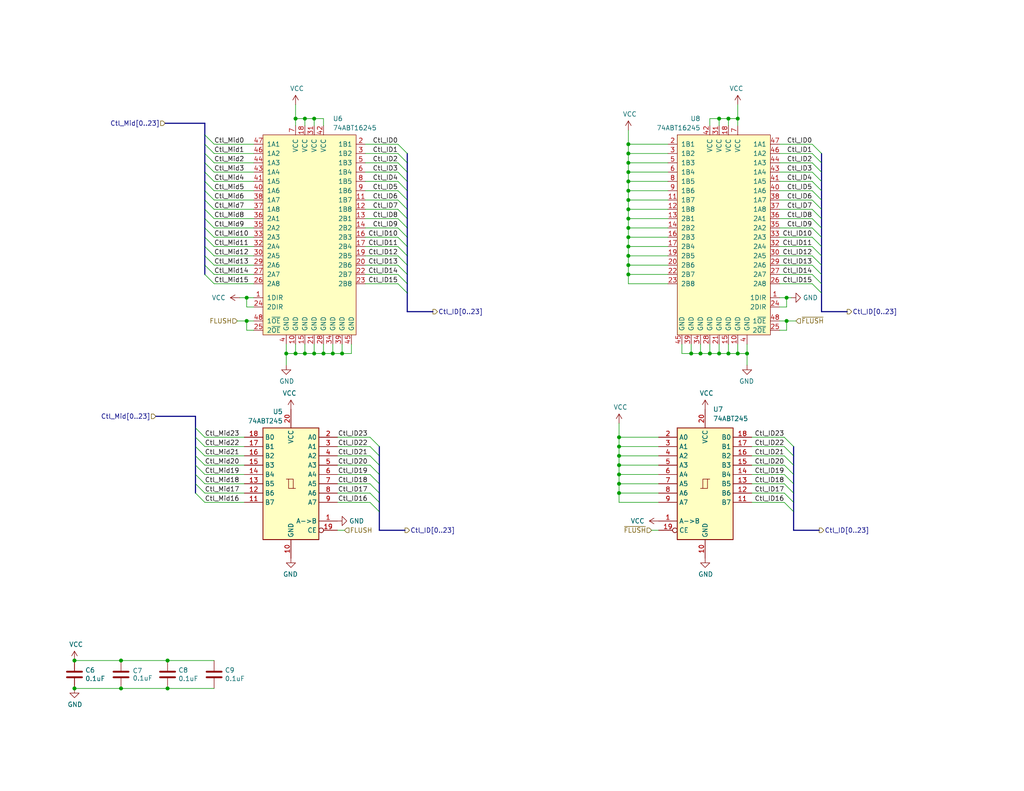
<source format=kicad_sch>
(kicad_sch (version 20250114) (generator "eeschema") (generator_version "9.0")
  (paper "USLetter")
  (title_block (date "2025-07-01") (rev "A") (comment 3 "registers must be all ones, which represents a NOP.") (comment 4 "If the ~{FLUSH} signal is asserted then the control signal set presented to the interstage"))
  (lib_symbols
    (symbol "Device:C" (pin_numbers (hide yes)) (pin_names (offset 0.254))
      (property "Reference" "C" (at 0.635 2.54 0))
      (property "Value" "C" (at 0.635 -2.54 0))
      (symbol "C_0_1"
        (polyline (pts (xy -2.032 0.762) (xy 2.032 0.762)) (stroke (width 0.508)))
        (polyline (pts (xy -2.032 -0.762) (xy 2.032 -0.762)) (stroke (width 0.508)))
      )
      (symbol "C_1_1"
        (pin passive line (at 0 3.81 270) (length 2.794) (name "~") (number "1"))
        (pin passive line (at 0 -3.81 90) (length 2.794) (name "~") (number "2"))
      )
    )
    (symbol "Turtle16:74ABT16245" (pin_names (offset 1.016))
      (property "Reference" "U" (at 0 1.27 0))
      (property "Value" "74ABT16245" (at 0 -1.27 0))
      (symbol "74ABT16245_0_1"
        (rectangle (start -12.7 26.67) (end 12.7 -27.94) (fill (type background)))
      )
      (symbol "74ABT16245_1_1"
        (pin tri_state line (at -15.24 24.13 0) (length 2.54) (name "1A1") (number "47"))
        (pin tri_state line (at -15.24 21.59 0) (length 2.54) (name "1A2") (number "46"))
        (pin tri_state line (at -15.24 19.05 0) (length 2.54) (name "1A3") (number "44"))
        (pin tri_state line (at -15.24 16.51 0) (length 2.54) (name "1A4") (number "43"))
        (pin tri_state line (at -15.24 13.97 0) (length 2.54) (name "1A5") (number "41"))
        (pin tri_state line (at -15.24 11.43 0) (length 2.54) (name "1A6") (number "40"))
        (pin tri_state line (at -15.24 8.89 0) (length 2.54) (name "1A7") (number "38"))
        (pin tri_state line (at -15.24 6.35 0) (length 2.54) (name "1A8") (number "37"))
        (pin tri_state line (at -15.24 3.81 0) (length 2.54) (name "2A1") (number "36"))
        (pin tri_state line (at -15.24 1.27 0) (length 2.54) (name "2A2") (number "35"))
        (pin tri_state line (at -15.24 -1.27 0) (length 2.54) (name "2A3") (number "33"))
        (pin tri_state line (at -15.24 -3.81 0) (length 2.54) (name "2A4") (number "32"))
        (pin tri_state line (at -15.24 -6.35 0) (length 2.54) (name "2A5") (number "30"))
        (pin tri_state line (at -15.24 -8.89 0) (length 2.54) (name "2A6") (number "29"))
        (pin tri_state line (at -15.24 -11.43 0) (length 2.54) (name "2A7") (number "27"))
        (pin tri_state line (at -15.24 -13.97 0) (length 2.54) (name "2A8") (number "26"))
        (pin input line (at -15.24 -17.78 0) (length 2.54) (name "1DIR") (number "1"))
        (pin input line (at -15.24 -20.32 0) (length 2.54) (name "2DIR") (number "24"))
        (pin input line (at -15.24 -24.13 0) (length 2.54) (name "1~{OE}") (number "48"))
        (pin input line (at -15.24 -26.67 0) (length 2.54) (name "2~{OE}") (number "25"))
        (pin power_in line (at -6.35 -30.48 90) (length 2.54) (name "GND") (number "4"))
        (pin power_in line (at -3.81 29.21 270) (length 2.54) (name "VCC") (number "7"))
        (pin power_in line (at -3.81 -30.48 90) (length 2.54) (name "GND") (number "10"))
        (pin power_in line (at -1.27 29.21 270) (length 2.54) (name "VCC") (number "18"))
        (pin power_in line (at -1.27 -30.48 90) (length 2.54) (name "GND") (number "15"))
        (pin power_in line (at 1.27 29.21 270) (length 2.54) (name "VCC") (number "31"))
        (pin power_in line (at 1.27 -30.48 90) (length 2.54) (name "GND") (number "21"))
        (pin power_in line (at 3.81 29.21 270) (length 2.54) (name "VCC") (number "42"))
        (pin power_in line (at 3.81 -30.48 90) (length 2.54) (name "GND") (number "28"))
        (pin power_in line (at 6.35 -30.48 90) (length 2.54) (name "GND") (number "34"))
        (pin power_in line (at 8.89 -30.48 90) (length 2.54) (name "GND") (number "39"))
        (pin power_in line (at 11.43 -30.48 90) (length 2.54) (name "GND") (number "45"))
        (pin tri_state line (at 15.24 24.13 180) (length 2.54) (name "1B1") (number "2"))
        (pin tri_state line (at 15.24 21.59 180) (length 2.54) (name "1B2") (number "3"))
        (pin tri_state line (at 15.24 19.05 180) (length 2.54) (name "1B3") (number "5"))
        (pin tri_state line (at 15.24 16.51 180) (length 2.54) (name "1B4") (number "6"))
        (pin tri_state line (at 15.24 13.97 180) (length 2.54) (name "1B5") (number "8"))
        (pin tri_state line (at 15.24 11.43 180) (length 2.54) (name "1B6") (number "9"))
        (pin tri_state line (at 15.24 8.89 180) (length 2.54) (name "1B7") (number "11"))
        (pin tri_state line (at 15.24 6.35 180) (length 2.54) (name "1B8") (number "12"))
        (pin tri_state line (at 15.24 3.81 180) (length 2.54) (name "2B1") (number "13"))
        (pin tri_state line (at 15.24 1.27 180) (length 2.54) (name "2B2") (number "14"))
        (pin tri_state line (at 15.24 -1.27 180) (length 2.54) (name "2B3") (number "16"))
        (pin tri_state line (at 15.24 -3.81 180) (length 2.54) (name "2B4") (number "17"))
        (pin tri_state line (at 15.24 -6.35 180) (length 2.54) (name "2B5") (number "19"))
        (pin tri_state line (at 15.24 -8.89 180) (length 2.54) (name "2B6") (number "20"))
        (pin tri_state line (at 15.24 -11.43 180) (length 2.54) (name "2B7") (number "22"))
        (pin tri_state line (at 15.24 -13.97 180) (length 2.54) (name "2B8") (number "23"))
      )
    )
    (symbol "Turtle16:74ABT245"
      (property "Reference" "U" (at 0 2.54 0))
      (property "Value" "74ABT245" (at 0 2.54 0))
      (symbol "74ABT245_1_0"
        (polyline (pts (xy -1.27 -1.27) (xy 0.635 -1.27) (xy 0.635 1.27) (xy 1.27 1.27)))
        (polyline (pts (xy -0.635 -1.27) (xy -0.635 1.27) (xy 0.635 1.27)))
        (pin tri_state line (at -12.7 12.7 0) (length 5.08) (name "A0") (number "2"))
        (pin tri_state line (at -12.7 10.16 0) (length 5.08) (name "A1") (number "3"))
        (pin tri_state line (at -12.7 7.62 0) (length 5.08) (name "A2") (number "4"))
        (pin tri_state line (at -12.7 5.08 0) (length 5.08) (name "A3") (number "5"))
        (pin tri_state line (at -12.7 2.54 0) (length 5.08) (name "A4") (number "6"))
        (pin tri_state line (at -12.7 0 0) (length 5.08) (name "A5") (number "7"))
        (pin tri_state line (at -12.7 -2.54 0) (length 5.08) (name "A6") (number "8"))
        (pin tri_state line (at -12.7 -5.08 0) (length 5.08) (name "A7") (number "9"))
        (pin input line (at -12.7 -10.16 0) (length 5.08) (name "A->B") (number "1"))
        (pin input inverted (at -12.7 -12.7 0) (length 5.08) (name "CE") (number "19"))
        (pin power_in line (at 0 20.32 270) (length 5.08) (name "VCC") (number "20"))
        (pin power_in line (at 0 -20.32 90) (length 5.08) (name "GND") (number "10"))
        (pin tri_state line (at 12.7 12.7 180) (length 5.08) (name "B0") (number "18"))
        (pin tri_state line (at 12.7 10.16 180) (length 5.08) (name "B1") (number "17"))
        (pin tri_state line (at 12.7 7.62 180) (length 5.08) (name "B2") (number "16"))
        (pin tri_state line (at 12.7 5.08 180) (length 5.08) (name "B3") (number "15"))
        (pin tri_state line (at 12.7 2.54 180) (length 5.08) (name "B4") (number "14"))
        (pin tri_state line (at 12.7 0 180) (length 5.08) (name "B5") (number "13"))
        (pin tri_state line (at 12.7 -2.54 180) (length 5.08) (name "B6") (number "12"))
        (pin tri_state line (at 12.7 -5.08 180) (length 5.08) (name "B7") (number "11"))
      )
      (symbol "74ABT245_1_1"
        (rectangle (start -7.62 15.24) (end 7.62 -15.24) (stroke (width 0.254)) (fill (type background)))
      )
    )
    (symbol "power:GND" (power) (pin_names (offset 0))
      (property "Value" "GND" (at 0 -3.81 0))
      (symbol "GND_0_1"
        (polyline (pts (xy 0 0) (xy 0 -1.27) (xy 1.27 -1.27) (xy 0 -2.54) (xy -1.27 -1.27) (xy 0 -1.27)))
      )
      (symbol "GND_1_1"
        (pin power_in line (at 0 0 270) (length 0) (hide yes) (name "GND") (number "1"))
      )
    )
    (symbol "power:VCC" (power) (pin_names (offset 0))
      (property "Value" "VCC" (at 0 3.81 0))
      (symbol "VCC_0_1"
        (polyline (pts (xy -0.762 1.27) (xy 0 2.54)))
        (polyline (pts (xy 0 2.54) (xy 0.762 1.27)))
        (polyline (pts (xy 0 0) (xy 0 2.54)))
      )
      (symbol "VCC_1_1"
        (pin power_in line (at 0 0 90) (length 0) (hide yes) (name "VCC") (number "1"))
      )
    )
  )
  (junction (at 168.91 129.54))
  (junction (at 171.45 41.91))
  (junction (at 201.295 32.385))
  (junction (at 80.645 96.52))
  (junction (at 85.725 32.385))
  (junction (at 20.32 187.96))
  (junction (at 168.91 132.08))
  (junction (at 171.45 67.31))
  (junction (at 171.45 44.45))
  (junction (at 171.45 64.77))
  (junction (at 80.645 32.385))
  (junction (at 171.45 69.85))
  (junction (at 168.91 119.38))
  (junction (at 90.805 96.52))
  (junction (at 171.45 72.39))
  (junction (at 85.725 96.52))
  (junction (at 171.45 59.69))
  (junction (at 191.135 96.52))
  (junction (at 203.835 96.52))
  (junction (at 83.185 96.52))
  (junction (at 168.91 124.46))
  (junction (at 171.45 49.53))
  (junction (at 214.63 87.63))
  (junction (at 33.02 187.96))
  (junction (at 171.45 74.93))
  (junction (at 168.91 127))
  (junction (at 83.185 32.385))
  (junction (at 196.215 96.52))
  (junction (at 168.91 134.62))
  (junction (at 45.72 180.34))
  (junction (at 171.45 46.99))
  (junction (at 201.295 96.52))
  (junction (at 67.31 87.63))
  (junction (at 171.45 62.23))
  (junction (at 196.215 32.385))
  (junction (at 171.45 52.07))
  (junction (at 88.265 96.52))
  (junction (at 78.105 96.52))
  (junction (at 171.45 57.15))
  (junction (at 171.45 39.37))
  (junction (at 45.72 187.96))
  (junction (at 193.675 96.52))
  (junction (at 171.45 54.61))
  (junction (at 67.31 81.28))
  (junction (at 198.755 32.385))
  (junction (at 168.91 121.92))
  (junction (at 198.755 96.52))
  (junction (at 33.02 180.34))
  (junction (at 20.32 180.34))
  (junction (at 93.345 96.52))
  (junction (at 188.595 96.52))
  (junction (at 214.63 81.28))
  (bus_entry (at 111.125 72.39) (size -2.54 -2.54))
  (bus_entry (at 224.155 74.93) (size -2.54 -2.54))
  (bus_entry (at 103.505 137.16) (size -2.54 -2.54))
  (bus_entry (at 58.42 59.69) (size -2.54 -2.54))
  (bus_entry (at 103.505 134.62) (size -2.54 -2.54))
  (bus_entry (at 58.42 69.85) (size -2.54 -2.54))
  (bus_entry (at 224.155 62.23) (size -2.54 -2.54))
  (bus_entry (at 216.535 134.62) (size -2.54 -2.54))
  (bus_entry (at 58.42 62.23) (size -2.54 -2.54))
  (bus_entry (at 111.125 69.85) (size -2.54 -2.54))
  (bus_entry (at 224.155 77.47) (size -2.54 -2.54))
  (bus_entry (at 111.125 59.69) (size -2.54 -2.54))
  (bus_entry (at 111.125 44.45) (size -2.54 -2.54))
  (bus_entry (at 55.88 119.38) (size -2.54 -2.54))
  (bus_entry (at 224.155 67.31) (size -2.54 -2.54))
  (bus_entry (at 58.42 54.61) (size -2.54 -2.54))
  (bus_entry (at 58.42 57.15) (size -2.54 -2.54))
  (bus_entry (at 103.505 121.92) (size -2.54 -2.54))
  (bus_entry (at 111.125 49.53) (size -2.54 -2.54))
  (bus_entry (at 224.155 49.53) (size -2.54 -2.54))
  (bus_entry (at 58.42 67.31) (size -2.54 -2.54))
  (bus_entry (at 103.505 124.46) (size -2.54 -2.54))
  (bus_entry (at 224.155 72.39) (size -2.54 -2.54))
  (bus_entry (at 55.88 134.62) (size -2.54 -2.54))
  (bus_entry (at 216.535 124.46) (size -2.54 -2.54))
  (bus_entry (at 58.42 74.93) (size -2.54 -2.54))
  (bus_entry (at 224.155 52.07) (size -2.54 -2.54))
  (bus_entry (at 58.42 64.77) (size -2.54 -2.54))
  (bus_entry (at 111.125 67.31) (size -2.54 -2.54))
  (bus_entry (at 58.42 49.53) (size -2.54 -2.54))
  (bus_entry (at 58.42 52.07) (size -2.54 -2.54))
  (bus_entry (at 58.42 39.37) (size -2.54 -2.54))
  (bus_entry (at 58.42 41.91) (size -2.54 -2.54))
  (bus_entry (at 58.42 44.45) (size -2.54 -2.54))
  (bus_entry (at 58.42 46.99) (size -2.54 -2.54))
  (bus_entry (at 103.505 127) (size -2.54 -2.54))
  (bus_entry (at 111.125 57.15) (size -2.54 -2.54))
  (bus_entry (at 111.125 54.61) (size -2.54 -2.54))
  (bus_entry (at 55.88 124.46) (size -2.54 -2.54))
  (bus_entry (at 103.505 139.7) (size -2.54 -2.54))
  (bus_entry (at 224.155 59.69) (size -2.54 -2.54))
  (bus_entry (at 224.155 64.77) (size -2.54 -2.54))
  (bus_entry (at 224.155 41.91) (size -2.54 -2.54))
  (bus_entry (at 216.535 139.7) (size -2.54 -2.54))
  (bus_entry (at 224.155 80.01) (size -2.54 -2.54))
  (bus_entry (at 224.155 57.15) (size -2.54 -2.54))
  (bus_entry (at 224.155 69.85) (size -2.54 -2.54))
  (bus_entry (at 111.125 46.99) (size -2.54 -2.54))
  (bus_entry (at 55.88 137.16) (size -2.54 -2.54))
  (bus_entry (at 216.535 137.16) (size -2.54 -2.54))
  (bus_entry (at 216.535 129.54) (size -2.54 -2.54))
  (bus_entry (at 55.88 132.08) (size -2.54 -2.54))
  (bus_entry (at 224.155 54.61) (size -2.54 -2.54))
  (bus_entry (at 216.535 132.08) (size -2.54 -2.54))
  (bus_entry (at 111.125 41.91) (size -2.54 -2.54))
  (bus_entry (at 111.125 77.47) (size -2.54 -2.54))
  (bus_entry (at 111.125 74.93) (size -2.54 -2.54))
  (bus_entry (at 111.125 64.77) (size -2.54 -2.54))
  (bus_entry (at 216.535 121.92) (size -2.54 -2.54))
  (bus_entry (at 55.88 127) (size -2.54 -2.54))
  (bus_entry (at 103.505 129.54) (size -2.54 -2.54))
  (bus_entry (at 58.42 77.47) (size -2.54 -2.54))
  (bus_entry (at 216.535 127) (size -2.54 -2.54))
  (bus_entry (at 111.125 52.07) (size -2.54 -2.54))
  (bus_entry (at 55.88 129.54) (size -2.54 -2.54))
  (bus_entry (at 224.155 44.45) (size -2.54 -2.54))
  (bus_entry (at 55.88 121.92) (size -2.54 -2.54))
  (bus_entry (at 103.505 132.08) (size -2.54 -2.54))
  (bus_entry (at 224.155 46.99) (size -2.54 -2.54))
  (bus_entry (at 111.125 62.23) (size -2.54 -2.54))
  (bus_entry (at 58.42 72.39) (size -2.54 -2.54))
  (bus_entry (at 111.125 80.01) (size -2.54 -2.54))
  (wire (pts (xy 171.45 74.93) (xy 171.45 77.47)))
  (wire (pts (xy 196.215 96.52) (xy 193.675 96.52)))
  (wire (pts (xy 221.615 49.53) (xy 212.725 49.53)))
  (wire (pts (xy 100.965 132.08) (xy 92.075 132.08)))
  (wire (pts (xy 171.45 44.45) (xy 182.245 44.45)))
  (bus (pts (xy 55.88 46.99) (xy 55.88 49.53)))
  (wire (pts (xy 171.45 46.99) (xy 171.45 49.53)))
  (bus (pts (xy 55.88 57.15) (xy 55.88 59.69)))
  (bus (pts (xy 224.155 52.07) (xy 224.155 54.61)))
  (wire (pts (xy 214.63 83.82) (xy 212.725 83.82)))
  (wire (pts (xy 196.215 93.98) (xy 196.215 96.52)))
  (wire (pts (xy 58.42 39.37) (xy 69.215 39.37)))
  (wire (pts (xy 171.45 64.77) (xy 171.45 67.31)))
  (wire (pts (xy 55.88 129.54) (xy 66.675 129.54)))
  (bus (pts (xy 224.155 54.61) (xy 224.155 57.15)))
  (wire (pts (xy 33.02 180.34) (xy 45.72 180.34)))
  (wire (pts (xy 58.42 57.15) (xy 69.215 57.15)))
  (wire (pts (xy 205.105 121.92) (xy 213.995 121.92)))
  (wire (pts (xy 171.45 41.91) (xy 171.45 44.45)))
  (bus (pts (xy 224.155 46.99) (xy 224.155 49.53)))
  (wire (pts (xy 108.585 46.99) (xy 99.695 46.99)))
  (bus (pts (xy 111.125 64.77) (xy 111.125 67.31)))
  (wire (pts (xy 168.91 115.57) (xy 168.91 119.38)))
  (wire (pts (xy 168.91 127) (xy 168.91 129.54)))
  (wire (pts (xy 85.725 32.385) (xy 85.725 34.29)))
  (bus (pts (xy 216.535 137.16) (xy 216.535 139.7)))
  (bus (pts (xy 231.14 85.09) (xy 224.155 85.09)))
  (bus (pts (xy 55.88 36.83) (xy 55.88 39.37)))
  (wire (pts (xy 55.88 127) (xy 66.675 127)))
  (bus (pts (xy 118.11 85.09) (xy 111.125 85.09)))
  (wire (pts (xy 58.42 72.39) (xy 69.215 72.39)))
  (wire (pts (xy 65.405 81.28) (xy 67.31 81.28)))
  (wire (pts (xy 171.45 74.93) (xy 182.245 74.93)))
  (bus (pts (xy 111.125 74.93) (xy 111.125 77.47)))
  (wire (pts (xy 90.805 96.52) (xy 93.345 96.52)))
  (bus (pts (xy 103.505 129.54) (xy 103.505 132.08)))
  (wire (pts (xy 20.32 180.34) (xy 33.02 180.34)))
  (wire (pts (xy 198.755 96.52) (xy 196.215 96.52)))
  (wire (pts (xy 58.42 49.53) (xy 69.215 49.53)))
  (wire (pts (xy 221.615 72.39) (xy 212.725 72.39)))
  (bus (pts (xy 111.125 67.31) (xy 111.125 69.85)))
  (wire (pts (xy 201.295 32.385) (xy 198.755 32.385)))
  (wire (pts (xy 201.295 28.575) (xy 201.295 32.385)))
  (bus (pts (xy 103.505 132.08) (xy 103.505 134.62)))
  (wire (pts (xy 58.42 62.23) (xy 69.215 62.23)))
  (wire (pts (xy 108.585 39.37) (xy 99.695 39.37)))
  (wire (pts (xy 78.105 96.52) (xy 80.645 96.52)))
  (wire (pts (xy 221.615 77.47) (xy 212.725 77.47)))
  (wire (pts (xy 85.725 32.385) (xy 88.265 32.385)))
  (wire (pts (xy 168.91 121.92) (xy 168.91 124.46)))
  (wire (pts (xy 80.645 32.385) (xy 83.185 32.385)))
  (wire (pts (xy 58.42 46.99) (xy 69.215 46.99)))
  (wire (pts (xy 168.91 127) (xy 179.705 127)))
  (wire (pts (xy 83.185 96.52) (xy 85.725 96.52)))
  (wire (pts (xy 80.645 93.98) (xy 80.645 96.52)))
  (wire (pts (xy 188.595 93.98) (xy 188.595 96.52)))
  (wire (pts (xy 83.185 32.385) (xy 83.185 34.29)))
  (wire (pts (xy 78.105 93.98) (xy 78.105 96.52)))
  (wire (pts (xy 171.45 69.85) (xy 182.245 69.85)))
  (wire (pts (xy 171.45 49.53) (xy 171.45 52.07)))
  (wire (pts (xy 171.45 44.45) (xy 171.45 46.99)))
  (bus (pts (xy 224.155 77.47) (xy 224.155 80.01)))
  (wire (pts (xy 67.31 81.28) (xy 67.31 83.82)))
  (wire (pts (xy 100.965 121.92) (xy 92.075 121.92)))
  (wire (pts (xy 171.45 64.77) (xy 182.245 64.77)))
  (bus (pts (xy 111.125 69.85) (xy 111.125 72.39)))
  (wire (pts (xy 177.8 144.78) (xy 179.705 144.78)))
  (wire (pts (xy 108.585 44.45) (xy 99.695 44.45)))
  (wire (pts (xy 83.185 93.98) (xy 83.185 96.52)))
  (bus (pts (xy 55.88 69.85) (xy 55.88 72.39)))
  (wire (pts (xy 58.42 59.69) (xy 69.215 59.69)))
  (wire (pts (xy 221.615 44.45) (xy 212.725 44.45)))
  (wire (pts (xy 64.77 87.63) (xy 67.31 87.63)))
  (wire (pts (xy 58.42 54.61) (xy 69.215 54.61)))
  (bus (pts (xy 103.505 121.92) (xy 103.505 124.46)))
  (wire (pts (xy 214.63 87.63) (xy 212.725 87.63)))
  (wire (pts (xy 198.755 32.385) (xy 198.755 34.29)))
  (wire (pts (xy 88.265 32.385) (xy 88.265 34.29)))
  (bus (pts (xy 103.505 127) (xy 103.505 129.54)))
  (wire (pts (xy 108.585 62.23) (xy 99.695 62.23)))
  (wire (pts (xy 90.805 93.98) (xy 90.805 96.52)))
  (wire (pts (xy 88.265 96.52) (xy 90.805 96.52)))
  (bus (pts (xy 111.125 59.69) (xy 111.125 62.23)))
  (bus (pts (xy 224.155 41.91) (xy 224.155 44.45)))
  (wire (pts (xy 171.45 62.23) (xy 182.245 62.23)))
  (wire (pts (xy 171.45 52.07) (xy 171.45 54.61)))
  (wire (pts (xy 100.965 124.46) (xy 92.075 124.46)))
  (wire (pts (xy 78.105 96.52) (xy 78.105 99.695)))
  (wire (pts (xy 67.31 90.17) (xy 67.31 87.63)))
  (wire (pts (xy 191.135 96.52) (xy 188.595 96.52)))
  (bus (pts (xy 216.535 127) (xy 216.535 129.54)))
  (wire (pts (xy 221.615 57.15) (xy 212.725 57.15)))
  (bus (pts (xy 216.535 132.08) (xy 216.535 134.62)))
  (wire (pts (xy 168.91 129.54) (xy 168.91 132.08)))
  (wire (pts (xy 221.615 54.61) (xy 212.725 54.61)))
  (wire (pts (xy 80.645 28.575) (xy 80.645 32.385)))
  (wire (pts (xy 171.45 46.99) (xy 182.245 46.99)))
  (wire (pts (xy 168.91 137.16) (xy 179.705 137.16)))
  (wire (pts (xy 108.585 59.69) (xy 99.695 59.69)))
  (bus (pts (xy 53.34 116.84) (xy 53.34 119.38)))
  (wire (pts (xy 58.42 187.96) (xy 45.72 187.96)))
  (wire (pts (xy 193.675 96.52) (xy 191.135 96.52)))
  (wire (pts (xy 108.585 72.39) (xy 99.695 72.39)))
  (wire (pts (xy 217.17 87.63) (xy 214.63 87.63)))
  (bus (pts (xy 111.125 80.01) (xy 111.125 85.09)))
  (wire (pts (xy 108.585 57.15) (xy 99.695 57.15)))
  (wire (pts (xy 45.72 180.34) (xy 58.42 180.34)))
  (wire (pts (xy 193.675 93.98) (xy 193.675 96.52)))
  (wire (pts (xy 221.615 46.99) (xy 212.725 46.99)))
  (wire (pts (xy 203.835 96.52) (xy 203.835 99.695)))
  (wire (pts (xy 201.295 34.29) (xy 201.295 32.385)))
  (wire (pts (xy 108.585 41.91) (xy 99.695 41.91)))
  (wire (pts (xy 108.585 54.61) (xy 99.695 54.61)))
  (wire (pts (xy 168.91 134.62) (xy 179.705 134.62)))
  (wire (pts (xy 168.91 132.08) (xy 179.705 132.08)))
  (wire (pts (xy 221.615 39.37) (xy 212.725 39.37)))
  (wire (pts (xy 221.615 67.31) (xy 212.725 67.31)))
  (wire (pts (xy 198.755 93.98) (xy 198.755 96.52)))
  (bus (pts (xy 55.88 39.37) (xy 55.88 41.91)))
  (wire (pts (xy 171.45 72.39) (xy 182.245 72.39)))
  (wire (pts (xy 196.215 32.385) (xy 196.215 34.29)))
  (bus (pts (xy 53.34 127) (xy 53.34 129.54)))
  (bus (pts (xy 216.535 134.62) (xy 216.535 137.16)))
  (bus (pts (xy 224.155 67.31) (xy 224.155 69.85)))
  (bus (pts (xy 111.125 46.99) (xy 111.125 49.53)))
  (wire (pts (xy 212.725 90.17) (xy 214.63 90.17)))
  (bus (pts (xy 103.505 134.62) (xy 103.505 137.16)))
  (bus (pts (xy 42.545 113.665) (xy 53.34 113.665)))
  (wire (pts (xy 168.91 134.62) (xy 168.91 137.16)))
  (bus (pts (xy 111.125 52.07) (xy 111.125 54.61)))
  (wire (pts (xy 168.91 119.38) (xy 179.705 119.38)))
  (wire (pts (xy 100.965 137.16) (xy 92.075 137.16)))
  (wire (pts (xy 221.615 52.07) (xy 212.725 52.07)))
  (wire (pts (xy 93.345 96.52) (xy 95.885 96.52)))
  (wire (pts (xy 58.42 41.91) (xy 69.215 41.91)))
  (bus (pts (xy 224.155 64.77) (xy 224.155 67.31)))
  (wire (pts (xy 205.105 132.08) (xy 213.995 132.08)))
  (bus (pts (xy 55.88 59.69) (xy 55.88 62.23)))
  (wire (pts (xy 168.91 119.38) (xy 168.91 121.92)))
  (wire (pts (xy 171.45 59.69) (xy 182.245 59.69)))
  (wire (pts (xy 186.055 96.52) (xy 186.055 93.98)))
  (wire (pts (xy 215.9 81.28) (xy 214.63 81.28)))
  (bus (pts (xy 224.155 74.93) (xy 224.155 77.47)))
  (bus (pts (xy 55.88 67.31) (xy 55.88 69.85)))
  (bus (pts (xy 103.505 139.7) (xy 103.505 144.78)))
  (wire (pts (xy 201.295 96.52) (xy 198.755 96.52)))
  (wire (pts (xy 188.595 96.52) (xy 186.055 96.52)))
  (bus (pts (xy 111.125 57.15) (xy 111.125 59.69)))
  (bus (pts (xy 111.125 44.45) (xy 111.125 46.99)))
  (wire (pts (xy 171.45 69.85) (xy 171.45 72.39)))
  (wire (pts (xy 214.63 90.17) (xy 214.63 87.63)))
  (wire (pts (xy 58.42 74.93) (xy 69.215 74.93)))
  (bus (pts (xy 224.155 80.01) (xy 224.155 85.09)))
  (wire (pts (xy 108.585 49.53) (xy 99.695 49.53)))
  (wire (pts (xy 171.45 72.39) (xy 171.45 74.93)))
  (wire (pts (xy 80.645 96.52) (xy 83.185 96.52)))
  (wire (pts (xy 55.88 132.08) (xy 66.675 132.08)))
  (bus (pts (xy 103.505 124.46) (xy 103.505 127)))
  (wire (pts (xy 33.02 187.96) (xy 20.32 187.96)))
  (wire (pts (xy 58.42 77.47) (xy 69.215 77.47)))
  (wire (pts (xy 55.88 134.62) (xy 66.675 134.62)))
  (bus (pts (xy 111.125 49.53) (xy 111.125 52.07)))
  (wire (pts (xy 191.135 93.98) (xy 191.135 96.52)))
  (wire (pts (xy 196.215 32.385) (xy 193.675 32.385)))
  (wire (pts (xy 205.105 127) (xy 213.995 127)))
  (bus (pts (xy 53.34 119.38) (xy 53.34 121.92)))
  (wire (pts (xy 205.105 137.16) (xy 213.995 137.16)))
  (wire (pts (xy 58.42 67.31) (xy 69.215 67.31)))
  (bus (pts (xy 223.52 144.78) (xy 216.535 144.78)))
  (wire (pts (xy 198.755 32.385) (xy 196.215 32.385)))
  (wire (pts (xy 100.965 119.38) (xy 92.075 119.38)))
  (bus (pts (xy 55.88 52.07) (xy 55.88 54.61)))
  (bus (pts (xy 216.535 139.7) (xy 216.535 144.78)))
  (bus (pts (xy 224.155 49.53) (xy 224.155 52.07)))
  (wire (pts (xy 168.91 132.08) (xy 168.91 134.62)))
  (wire (pts (xy 171.45 67.31) (xy 182.245 67.31)))
  (wire (pts (xy 205.105 124.46) (xy 213.995 124.46)))
  (wire (pts (xy 193.675 32.385) (xy 193.675 34.29)))
  (wire (pts (xy 171.45 62.23) (xy 171.45 64.77)))
  (bus (pts (xy 45.085 33.655) (xy 55.88 33.655)))
  (wire (pts (xy 108.585 52.07) (xy 99.695 52.07)))
  (wire (pts (xy 212.725 81.28) (xy 214.63 81.28)))
  (bus (pts (xy 53.34 113.665) (xy 53.34 116.84)))
  (bus (pts (xy 55.88 41.91) (xy 55.88 44.45)))
  (wire (pts (xy 221.615 59.69) (xy 212.725 59.69)))
  (wire (pts (xy 100.965 129.54) (xy 92.075 129.54)))
  (wire (pts (xy 221.615 74.93) (xy 212.725 74.93)))
  (wire (pts (xy 80.645 34.29) (xy 80.645 32.385)))
  (wire (pts (xy 100.965 134.62) (xy 92.075 134.62)))
  (wire (pts (xy 221.615 64.77) (xy 212.725 64.77)))
  (bus (pts (xy 224.155 72.39) (xy 224.155 74.93)))
  (wire (pts (xy 205.105 134.62) (xy 213.995 134.62)))
  (wire (pts (xy 108.585 69.85) (xy 99.695 69.85)))
  (wire (pts (xy 88.265 93.98) (xy 88.265 96.52)))
  (wire (pts (xy 171.45 39.37) (xy 171.45 41.91)))
  (bus (pts (xy 111.125 62.23) (xy 111.125 64.77)))
  (bus (pts (xy 55.88 44.45) (xy 55.88 46.99)))
  (wire (pts (xy 171.45 41.91) (xy 182.245 41.91)))
  (wire (pts (xy 168.91 121.92) (xy 179.705 121.92)))
  (wire (pts (xy 100.965 127) (xy 92.075 127)))
  (wire (pts (xy 69.215 90.17) (xy 67.31 90.17)))
  (wire (pts (xy 93.98 144.78) (xy 92.075 144.78)))
  (bus (pts (xy 55.88 49.53) (xy 55.88 52.07)))
  (bus (pts (xy 216.535 124.46) (xy 216.535 127)))
  (wire (pts (xy 67.31 87.63) (xy 69.215 87.63)))
  (wire (pts (xy 108.585 74.93) (xy 99.695 74.93)))
  (bus (pts (xy 111.125 54.61) (xy 111.125 57.15)))
  (wire (pts (xy 55.88 121.92) (xy 66.675 121.92)))
  (wire (pts (xy 93.345 93.98) (xy 93.345 96.52)))
  (wire (pts (xy 69.215 81.28) (xy 67.31 81.28)))
  (bus (pts (xy 111.125 41.91) (xy 111.125 44.45)))
  (bus (pts (xy 224.155 62.23) (xy 224.155 64.77)))
  (wire (pts (xy 83.185 32.385) (xy 85.725 32.385)))
  (bus (pts (xy 53.34 121.92) (xy 53.34 124.46)))
  (bus (pts (xy 55.88 62.23) (xy 55.88 64.77)))
  (wire (pts (xy 58.42 64.77) (xy 69.215 64.77)))
  (wire (pts (xy 95.885 96.52) (xy 95.885 93.98)))
  (wire (pts (xy 221.615 41.91) (xy 212.725 41.91)))
  (bus (pts (xy 216.535 121.92) (xy 216.535 124.46)))
  (wire (pts (xy 171.45 39.37) (xy 182.245 39.37)))
  (wire (pts (xy 203.835 93.98) (xy 203.835 96.52)))
  (bus (pts (xy 224.155 57.15) (xy 224.155 59.69)))
  (wire (pts (xy 58.42 44.45) (xy 69.215 44.45)))
  (bus (pts (xy 111.125 77.47) (xy 111.125 80.01)))
  (wire (pts (xy 221.615 62.23) (xy 212.725 62.23)))
  (wire (pts (xy 171.45 67.31) (xy 171.45 69.85)))
  (bus (pts (xy 55.88 64.77) (xy 55.88 67.31)))
  (wire (pts (xy 171.45 35.56) (xy 171.45 39.37)))
  (bus (pts (xy 216.535 129.54) (xy 216.535 132.08)))
  (bus (pts (xy 224.155 59.69) (xy 224.155 62.23)))
  (wire (pts (xy 45.72 187.96) (xy 33.02 187.96)))
  (wire (pts (xy 205.105 119.38) (xy 213.995 119.38)))
  (wire (pts (xy 58.42 69.85) (xy 69.215 69.85)))
  (wire (pts (xy 168.91 124.46) (xy 168.91 127)))
  (bus (pts (xy 111.125 72.39) (xy 111.125 74.93)))
  (wire (pts (xy 171.45 57.15) (xy 182.245 57.15)))
  (wire (pts (xy 108.585 77.47) (xy 99.695 77.47)))
  (bus (pts (xy 53.34 132.08) (xy 53.34 134.62)))
  (wire (pts (xy 108.585 64.77) (xy 99.695 64.77)))
  (bus (pts (xy 53.34 124.46) (xy 53.34 127)))
  (wire (pts (xy 171.45 49.53) (xy 182.245 49.53)))
  (wire (pts (xy 171.45 59.69) (xy 171.45 62.23)))
  (bus (pts (xy 224.155 69.85) (xy 224.155 72.39)))
  (wire (pts (xy 214.63 81.28) (xy 214.63 83.82)))
  (wire (pts (xy 168.91 124.46) (xy 179.705 124.46)))
  (wire (pts (xy 171.45 77.47) (xy 182.245 77.47)))
  (bus (pts (xy 55.88 33.655) (xy 55.88 36.83)))
  (wire (pts (xy 108.585 67.31) (xy 99.695 67.31)))
  (wire (pts (xy 221.615 69.85) (xy 212.725 69.85)))
  (bus (pts (xy 103.505 137.16) (xy 103.505 139.7)))
  (wire (pts (xy 171.45 57.15) (xy 171.45 59.69)))
  (wire (pts (xy 85.725 93.98) (xy 85.725 96.52)))
  (bus (pts (xy 110.49 144.78) (xy 103.505 144.78)))
  (wire (pts (xy 168.91 129.54) (xy 179.705 129.54)))
  (wire (pts (xy 55.88 124.46) (xy 66.675 124.46)))
  (wire (pts (xy 85.725 96.52) (xy 88.265 96.52)))
  (bus (pts (xy 224.155 44.45) (xy 224.155 46.99)))
  (bus (pts (xy 53.34 129.54) (xy 53.34 132.08)))
  (wire (pts (xy 58.42 52.07) (xy 69.215 52.07)))
  (wire (pts (xy 67.31 83.82) (xy 69.215 83.82)))
  (bus (pts (xy 55.88 54.61) (xy 55.88 57.15)))
  (wire (pts (xy 203.835 96.52) (xy 201.295 96.52)))
  (wire (pts (xy 201.295 93.98) (xy 201.295 96.52)))
  (wire (pts (xy 171.45 52.07) (xy 182.245 52.07)))
  (wire (pts (xy 171.45 54.61) (xy 171.45 57.15)))
  (wire (pts (xy 55.88 137.16) (xy 66.675 137.16)))
  (wire (pts (xy 205.105 129.54) (xy 213.995 129.54)))
  (wire (pts (xy 171.45 54.61) (xy 182.245 54.61)))
  (wire (pts (xy 55.88 119.38) (xy 66.675 119.38)))
  (bus (pts (xy 55.88 72.39) (xy 55.88 74.93)))
  (label "Ctl_Mid23" (at 55.88 119.38 0))
  (label "Ctl_Mid0" (at 58.42 39.37 0))
  (label "Ctl_Mid20" (at 55.88 127 0))
  (label "Ctl_ID0" (at 108.585 39.37 180))
  (label "Ctl_ID11" (at 108.585 67.31 180))
  (label "Ctl_Mid17" (at 55.88 134.62 0))
  (label "Ctl_Mid6" (at 58.42 54.61 0))
  (label "Ctl_ID7" (at 108.585 57.15 180))
  (label "Ctl_ID14" (at 221.615 74.93 180))
  (label "Ctl_Mid19" (at 55.88 129.54 0))
  (label "Ctl_ID20" (at 213.995 127 180))
  (label "Ctl_Mid9" (at 58.42 62.23 0))
  (label "Ctl_Mid3" (at 58.42 46.99 0))
  (label "Ctl_Mid7" (at 58.42 57.15 0))
  (label "Ctl_ID0" (at 221.615 39.37 180))
  (label "Ctl_ID12" (at 108.585 69.85 180))
  (label "Ctl_ID13" (at 221.615 72.39 180))
  (label "Ctl_ID2" (at 221.615 44.45 180))
  (label "Ctl_Mid11" (at 58.42 67.31 0))
  (label "Ctl_ID19" (at 100.33 129.54 180))
  (label "Ctl_ID9" (at 221.615 62.23 180))
  (label "Ctl_Mid8" (at 58.42 59.69 0))
  (label "Ctl_Mid1" (at 58.42 41.91 0))
  (label "Ctl_ID3" (at 221.615 46.99 180))
  (label "Ctl_ID1" (at 108.585 41.91 180))
  (label "Ctl_ID8" (at 108.585 59.69 180))
  (label "Ctl_Mid2" (at 58.42 44.45 0))
  (label "Ctl_Mid10" (at 58.42 64.77 0))
  (label "Ctl_ID12" (at 221.615 69.85 180))
  (label "Ctl_Mid22" (at 55.88 121.92 0))
  (label "Ctl_ID23" (at 213.995 119.38 180))
  (label "Ctl_Mid16" (at 55.88 137.16 0))
  (label "Ctl_ID16" (at 213.995 137.16 180))
  (label "Ctl_ID14" (at 108.585 74.93 180))
  (label "Ctl_ID20" (at 100.33 127 180))
  (label "Ctl_Mid5" (at 58.42 52.07 0))
  (label "Ctl_ID22" (at 213.995 121.92 180))
  (label "Ctl_Mid15" (at 58.42 77.47 0))
  (label "Ctl_ID13" (at 108.585 72.39 180))
  (label "Ctl_ID2" (at 108.585 44.45 180))
  (label "Ctl_ID6" (at 221.615 54.61 180))
  (label "Ctl_ID1" (at 221.615 41.91 180))
  (label "Ctl_ID6" (at 108.585 54.61 180))
  (label "Ctl_Mid13" (at 58.42 72.39 0))
  (label "Ctl_Mid4" (at 58.42 49.53 0))
  (label "Ctl_Mid12" (at 58.42 69.85 0))
  (label "Ctl_ID10" (at 108.585 64.77 180))
  (label "Ctl_Mid14" (at 58.42 74.93 0))
  (label "Ctl_ID11" (at 221.615 67.31 180))
  (label "Ctl_ID22" (at 100.33 121.92 180))
  (label "Ctl_ID8" (at 221.615 59.69 180))
  (label "Ctl_ID4" (at 221.615 49.53 180))
  (label "Ctl_ID4" (at 108.585 49.53 180))
  (label "Ctl_Mid21" (at 55.88 124.46 0))
  (label "Ctl_ID5" (at 108.585 52.07 180))
  (label "Ctl_ID16" (at 100.33 137.16 180))
  (label "Ctl_ID5" (at 221.615 52.07 180))
  (label "Ctl_ID21" (at 100.33 124.46 180))
  (label "Ctl_ID15" (at 221.615 77.47 180))
  (label "Ctl_ID3" (at 108.585 46.99 180))
  (label "Ctl_ID18" (at 100.33 132.08 180))
  (label "Ctl_ID19" (at 213.995 129.54 180))
  (label "Ctl_ID17" (at 100.33 134.62 180))
  (label "Ctl_ID10" (at 221.615 64.77 180))
  (label "Ctl_ID21" (at 213.995 124.46 180))
  (label "Ctl_ID7" (at 221.615 57.15 180))
  (label "Ctl_ID17" (at 213.995 134.62 180))
  (label "Ctl_Mid18" (at 55.88 132.08 0))
  (label "Ctl_ID23" (at 100.33 119.38 180))
  (label "Ctl_ID9" (at 108.585 62.23 180))
  (label "Ctl_ID18" (at 213.995 132.08 180))
  (label "Ctl_ID15" (at 108.585 77.47 180))
  (hierarchical_label "Ctl_ID[0..23]" (shape output) (at 223.52 144.78 0))
  (hierarchical_label "Ctl_ID[0..23]" (shape output) (at 118.11 85.09 0))
  (hierarchical_label "Ctl_ID[0..23]" (shape output) (at 231.14 85.09 0))
  (hierarchical_label "~{FLUSH}" (shape input) (at 217.17 87.63 0))
  (hierarchical_label "FLUSH" (shape input) (at 64.77 87.63 180))
  (hierarchical_label "~{FLUSH}" (shape input) (at 177.8 144.78 180))
  (hierarchical_label "Ctl_Mid[0..23]" (shape input) (at 45.085 33.655 180))
  (hierarchical_label "FLUSH" (shape input) (at 93.98 144.78 0))
  (hierarchical_label "Ctl_ID[0..23]" (shape output) (at 110.49 144.78 0))
  (hierarchical_label "Ctl_Mid[0..23]" (shape input) (at 42.545 113.665 180))
  (symbol (lib_id "power:VCC") (at 80.645 28.575 0) (unit 1)
    (property "Reference" "#PWR0227" (effects (hide yes)))
    (property "Value" "VCC" (at 81.026 24.1808 0))
  )
  (symbol (lib_id "power:VCC") (at 168.91 115.57 0) (unit 1)
    (property "Reference" "#PWR0229" (effects (hide yes)))
    (property "Value" "VCC" (at 169.291 111.1758 0))
  )
  (symbol (lib_id "power:VCC") (at 201.295 28.575 0) (mirror y) (unit 1)
    (property "Reference" "#PWR0234" (effects (hide yes)))
    (property "Value" "VCC" (at 200.914 24.1808 0))
  )
  (symbol (lib_id "power:VCC") (at 20.32 180.34 0) (unit 1)
    (property "Reference" "#PWR0221" (effects (hide yes)))
    (property "Value" "VCC" (at 20.7518 175.9458 0))
  )
  (symbol (lib_id "power:GND") (at 215.9 81.28 90) (unit 1)
    (property "Reference" "#PWR0236" (effects (hide yes)))
    (property "Value" "GND" (at 219.075 81.28 90) (effects (justify right)))
  )
  (symbol (lib_id "power:VCC") (at 192.405 111.76 0) (unit 1)
    (property "Reference" "#PWR0232" (effects (hide yes)))
    (property "Value" "VCC" (at 192.786 107.3658 0))
  )
  (symbol (lib_id "power:VCC") (at 179.705 142.24 90) (unit 1)
    (property "Reference" "#PWR0231" (effects (hide yes)))
    (property "Value" "VCC" (at 175.895 142.24 90) (effects (justify left)))
  )
  (symbol (lib_id "Device:C") (at 45.72 184.15 0) (unit 1)
    (property "Reference" "C8" (at 48.641 182.9816 0) (effects (justify left)))
    (property "Value" "0.1uF" (at 48.641 185.293 0) (effects (justify left)))
    (property "Footprint" "Capacitor_SMD:C_0603_1608Metric" (effects (hide yes)))
    (property "Datasheet" "https://www.mouser.com/datasheet/2/396/taiyo_yuden_12132018_mlcc11_hq_e-1510082.pdf" (effects (hide yes)))
    (property "Manufacturer" "Taiyo Yuden" (effects (hide yes)))
    (property "Manufacturer#" "EMK107B7104KAHT" (effects (hide yes)))
    (property "Mouser#" "963-EMK107B7104KAHT" (effects (hide yes)))
    (property "Digikey#" "587-6004-1-ND" (effects (hide yes)))
  )
  (symbol (lib_id "Device:C") (at 33.02 184.15 0) (mirror y) (unit 1)
    (property "Reference" "C7" (at 38.862 183.134 0) (effects (justify left)))
    (property "Value" "0.1uF" (at 41.656 185.166 0) (effects (justify left)))
    (property "Footprint" "Capacitor_SMD:C_0603_1608Metric" (effects (hide yes)))
    (property "Datasheet" "https://www.mouser.com/datasheet/2/396/taiyo_yuden_12132018_mlcc11_hq_e-1510082.pdf" (effects (hide yes)))
    (property "Manufacturer" "Taiyo Yuden" (effects (hide yes)))
    (property "Manufacturer#" "EMK107B7104KAHT" (effects (hide yes)))
    (property "Mouser#" "963-EMK107B7104KAHT" (effects (hide yes)))
    (property "Digikey#" "587-6004-1-ND" (effects (hide yes)))
  )
  (symbol (lib_id "Turtle16:74ABT16245") (at 84.455 63.5 0) (unit 1)
    (property "Reference" "U6" (at 90.805 32.385 0) (effects (justify left)))
    (property "Value" "74ABT16245" (at 90.805 34.925 0) (effects (justify left)))
    (property "Footprint" "Package_SO:TSSOP-48_6.1x12.5mm_P0.5mm" (effects (hide yes)))
    (property "Datasheet" "https://www.ti.com/general/docs/suppproductinfo.tsp?distId=26&gotoUrl=https://www.ti.com/lit/gpn/sn74abth16245" (effects (hide yes)))
    (property "Manufacturer" "Texas Instruments" (effects (hide yes)))
    (property "Manufacturer#" "SN74ABTH16245DGGR" (effects (hide yes)))
    (property "Mouser#" "595-SNABTH16245DGGR" (effects (hide yes)))
    (property "Digikey#" "296-4124-1-ND" (effects (hide yes)))
  )
  (symbol (lib_id "power:VCC") (at 171.45 35.56 0) (unit 1)
    (property "Reference" "#PWR0230" (effects (hide yes)))
    (property "Value" "VCC" (at 171.831 31.1658 0))
  )
  (symbol (lib_id "power:GND") (at 92.075 142.24 90) (unit 1)
    (property "Reference" "#PWR0228" (effects (hide yes)))
    (property "Value" "GND" (at 95.25 142.24 90) (effects (justify right)))
  )
  (symbol (lib_id "Turtle16:74ABT245") (at 79.375 132.08 0) (mirror y) (unit 1)
    (property "Reference" "U5" (at 77.1809 112.395 0) (effects (justify left)))
    (property "Value" "74ABT245" (at 77.1809 114.935 0) (effects (justify left)))
    (property "Footprint" "Package_SO:TSSOP-20_4.4x6.5mm_P0.65mm" (effects (hide yes)))
    (property "Datasheet" "https://www.ti.com/general/docs/suppproductinfo.tsp?distId=26&gotoUrl=https://www.ti.com/lit/gpn/sn74abt245b" (effects (hide yes)))
    (property "Manufacturer" "Texas Instruments" (effects (hide yes)))
    (property "Manufacturer#" "SN74ABT245BPWR" (effects (hide yes)))
    (property "Mouser#" "595-SN74ABT245BPWR" (effects (hide yes)))
    (property "Digikey#" "296-3971-1-ND" (effects (hide yes)))
  )
  (symbol (lib_id "power:VCC") (at 79.375 111.76 0) (mirror y) (unit 1)
    (property "Reference" "#PWR0225" (effects (hide yes)))
    (property "Value" "VCC" (at 78.994 107.3658 0))
  )
  (symbol (lib_id "Turtle16:74ABT245") (at 192.405 132.08 0) (unit 1)
    (property "Reference" "U7" (at 194.5483 111.76 0) (effects (justify left)))
    (property "Value" "74ABT245" (at 194.5483 114.3 0) (effects (justify left)))
    (property "Footprint" "Package_SO:TSSOP-20_4.4x6.5mm_P0.65mm" (effects (hide yes)))
    (property "Datasheet" "https://www.ti.com/general/docs/suppproductinfo.tsp?distId=26&gotoUrl=https://www.ti.com/lit/gpn/sn74abt245b" (effects (hide yes)))
    (property "Manufacturer" "Texas Instruments" (effects (hide yes)))
    (property "Manufacturer#" "SN74ABT245BPWR" (effects (hide yes)))
    (property "Mouser#" "595-SN74ABT245BPWR" (effects (hide yes)))
    (property "Digikey#" "296-3971-1-ND" (effects (hide yes)))
  )
  (symbol (lib_id "power:GND") (at 20.32 187.96 0) (unit 1)
    (property "Reference" "#PWR0222" (effects (hide yes)))
    (property "Value" "GND" (at 20.447 192.3542 0))
  )
  (symbol (lib_id "power:GND") (at 78.105 99.695 0) (unit 1)
    (property "Reference" "#PWR0224" (effects (hide yes)))
    (property "Value" "GND" (at 78.232 104.0892 0))
  )
  (symbol (lib_id "power:VCC") (at 65.405 81.28 90) (unit 1)
    (property "Reference" "#PWR0223" (effects (hide yes)))
    (property "Value" "VCC" (at 61.595 81.28 90) (effects (justify left)))
  )
  (symbol (lib_id "power:GND") (at 192.405 152.4 0) (unit 1)
    (property "Reference" "#PWR0233" (effects (hide yes)))
    (property "Value" "GND" (at 192.532 156.7942 0))
  )
  (symbol (lib_id "power:GND") (at 79.375 152.4 0) (mirror y) (unit 1)
    (property "Reference" "#PWR0226" (effects (hide yes)))
    (property "Value" "GND" (at 79.248 156.7942 0))
  )
  (symbol (lib_id "Device:C") (at 58.42 184.15 0) (unit 1)
    (property "Reference" "C9" (at 61.341 182.9816 0) (effects (justify left)))
    (property "Value" "0.1uF" (at 61.341 185.293 0) (effects (justify left)))
    (property "Footprint" "Capacitor_SMD:C_0603_1608Metric" (effects (hide yes)))
    (property "Datasheet" "https://www.mouser.com/datasheet/2/396/taiyo_yuden_12132018_mlcc11_hq_e-1510082.pdf" (effects (hide yes)))
    (property "Manufacturer" "Taiyo Yuden" (effects (hide yes)))
    (property "Manufacturer#" "EMK107B7104KAHT" (effects (hide yes)))
    (property "Mouser#" "963-EMK107B7104KAHT" (effects (hide yes)))
    (property "Digikey#" "587-6004-1-ND" (effects (hide yes)))
  )
  (symbol (lib_id "Device:C") (at 20.32 184.15 0) (unit 1)
    (property "Reference" "C6" (at 23.241 182.9816 0) (effects (justify left)))
    (property "Value" "0.1uF" (at 23.241 185.293 0) (effects (justify left)))
    (property "Footprint" "Capacitor_SMD:C_0603_1608Metric" (effects (hide yes)))
    (property "Datasheet" "https://www.mouser.com/datasheet/2/396/taiyo_yuden_12132018_mlcc11_hq_e-1510082.pdf" (effects (hide yes)))
    (property "Manufacturer" "Taiyo Yuden" (effects (hide yes)))
    (property "Manufacturer#" "EMK107B7104KAHT" (effects (hide yes)))
    (property "Mouser#" "963-EMK107B7104KAHT" (effects (hide yes)))
    (property "Digikey#" "587-6004-1-ND" (effects (hide yes)))
  )
  (symbol (lib_id "power:GND") (at 203.835 99.695 0) (mirror y) (unit 1)
    (property "Reference" "#PWR0235" (effects (hide yes)))
    (property "Value" "GND" (at 203.708 104.0892 0))
  )
  (symbol (lib_id "Turtle16:74ABT16245") (at 197.485 63.5 0) (mirror y) (unit 1)
    (property "Reference" "U8" (at 191.135 32.385 0) (effects (justify left)))
    (property "Value" "74ABT16245" (at 191.135 34.925 0) (effects (justify left)))
    (property "Footprint" "Package_SO:TSSOP-48_6.1x12.5mm_P0.5mm" (effects (hide yes)))
    (property "Datasheet" "https://www.ti.com/general/docs/suppproductinfo.tsp?distId=26&gotoUrl=https://www.ti.com/lit/gpn/sn74abth16245" (effects (hide yes)))
    (property "Manufacturer" "Texas Instruments" (effects (hide yes)))
    (property "Manufacturer#" "SN74ABTH16245DGGR" (effects (hide yes)))
    (property "Mouser#" "595-SNABTH16245DGGR" (effects (hide yes)))
    (property "Digikey#" "296-4124-1-ND" (effects (hide yes)))
  )
)
</source>
